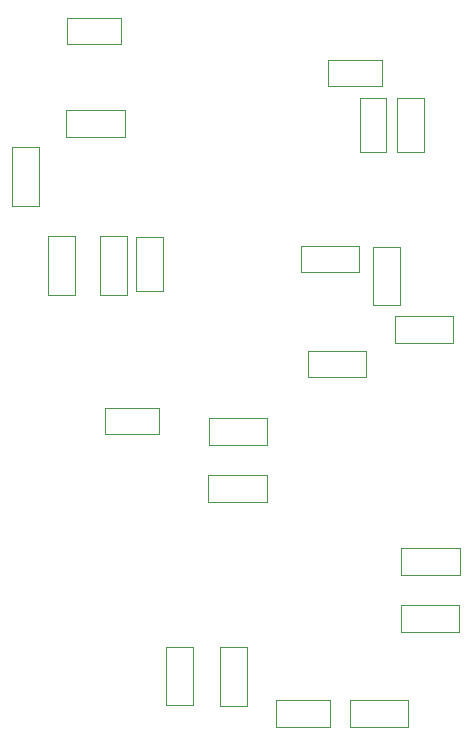
<source format=gbr>
%TF.GenerationSoftware,KiCad,Pcbnew,(5.1.12)-1*%
%TF.CreationDate,2021-12-15T12:49:01+01:00*%
%TF.ProjectId,HorseFOT_thomas_v1,486f7273-6546-44f5-945f-74686f6d6173,rev?*%
%TF.SameCoordinates,Original*%
%TF.FileFunction,Other,User*%
%FSLAX46Y46*%
G04 Gerber Fmt 4.6, Leading zero omitted, Abs format (unit mm)*
G04 Created by KiCad (PCBNEW (5.1.12)-1) date 2021-12-15 12:49:01*
%MOMM*%
%LPD*%
G01*
G04 APERTURE LIST*
%ADD10C,0.050000*%
G04 APERTURE END LIST*
D10*
%TO.C,R11*%
X172122000Y-79733000D02*
X172122000Y-77493000D01*
X172122000Y-77493000D02*
X167222000Y-77493000D01*
X167222000Y-77493000D02*
X167222000Y-79733000D01*
X167222000Y-79733000D02*
X172122000Y-79733000D01*
%TO.C,R10*%
X179488000Y-76812000D02*
X179488000Y-74572000D01*
X179488000Y-74572000D02*
X174588000Y-74572000D01*
X174588000Y-74572000D02*
X174588000Y-76812000D01*
X174588000Y-76812000D02*
X179488000Y-76812000D01*
%TO.C,R9*%
X166587000Y-68603000D02*
X166587000Y-70843000D01*
X166587000Y-70843000D02*
X171487000Y-70843000D01*
X171487000Y-70843000D02*
X171487000Y-68603000D01*
X171487000Y-68603000D02*
X166587000Y-68603000D01*
%TO.C,R8*%
X172743000Y-73596000D02*
X174983000Y-73596000D01*
X174983000Y-73596000D02*
X174983000Y-68696000D01*
X174983000Y-68696000D02*
X172743000Y-68696000D01*
X172743000Y-68696000D02*
X172743000Y-73596000D01*
%TO.C,R6*%
X169092500Y-109324000D02*
X169092500Y-107084000D01*
X169092500Y-107084000D02*
X164532500Y-107084000D01*
X164532500Y-107084000D02*
X164532500Y-109324000D01*
X164532500Y-109324000D02*
X169092500Y-109324000D01*
%TO.C,R5*%
X154917000Y-67889500D02*
X152677000Y-67889500D01*
X152677000Y-67889500D02*
X152677000Y-72449500D01*
X152677000Y-72449500D02*
X154917000Y-72449500D01*
X154917000Y-72449500D02*
X154917000Y-67889500D01*
%TO.C,R4*%
X149993000Y-82319000D02*
X149993000Y-84559000D01*
X149993000Y-84559000D02*
X154553000Y-84559000D01*
X154553000Y-84559000D02*
X154553000Y-82319000D01*
X154553000Y-82319000D02*
X149993000Y-82319000D01*
%TO.C,R3*%
X177015000Y-56078500D02*
X174775000Y-56078500D01*
X174775000Y-56078500D02*
X174775000Y-60638500D01*
X174775000Y-60638500D02*
X177015000Y-60638500D01*
X177015000Y-60638500D02*
X177015000Y-56078500D01*
%TO.C,R2*%
X173840000Y-56078500D02*
X171600000Y-56078500D01*
X171600000Y-56078500D02*
X171600000Y-60638500D01*
X171600000Y-60638500D02*
X173840000Y-60638500D01*
X173840000Y-60638500D02*
X173840000Y-56078500D01*
%TO.C,R1*%
X168916000Y-52855000D02*
X168916000Y-55095000D01*
X168916000Y-55095000D02*
X173476000Y-55095000D01*
X173476000Y-55095000D02*
X173476000Y-52855000D01*
X173476000Y-52855000D02*
X168916000Y-52855000D01*
%TO.C,D1*%
X146815000Y-49299000D02*
X146815000Y-51539000D01*
X146815000Y-51539000D02*
X151375000Y-51539000D01*
X151375000Y-51539000D02*
X151375000Y-49299000D01*
X151375000Y-49299000D02*
X146815000Y-49299000D01*
%TO.C,CopAMP2*%
X159759000Y-107547500D02*
X162059000Y-107547500D01*
X162059000Y-107547500D02*
X162059000Y-102587500D01*
X162059000Y-102587500D02*
X159759000Y-102587500D01*
X159759000Y-102587500D02*
X159759000Y-107547500D01*
%TO.C,CopAMP1*%
X155187000Y-107509000D02*
X157487000Y-107509000D01*
X157487000Y-107509000D02*
X157487000Y-102549000D01*
X157487000Y-102549000D02*
X155187000Y-102549000D01*
X155187000Y-102549000D02*
X155187000Y-107509000D01*
%TO.C,C21*%
X163770000Y-85478000D02*
X163770000Y-83178000D01*
X163770000Y-83178000D02*
X158810000Y-83178000D01*
X158810000Y-83178000D02*
X158810000Y-85478000D01*
X158810000Y-85478000D02*
X163770000Y-85478000D01*
%TO.C,C20*%
X163731500Y-90304000D02*
X163731500Y-88004000D01*
X163731500Y-88004000D02*
X158771500Y-88004000D01*
X158771500Y-88004000D02*
X158771500Y-90304000D01*
X158771500Y-90304000D02*
X163731500Y-90304000D01*
%TO.C,C15*%
X180026000Y-101353000D02*
X180026000Y-99053000D01*
X180026000Y-99053000D02*
X175066000Y-99053000D01*
X175066000Y-99053000D02*
X175066000Y-101353000D01*
X175066000Y-101353000D02*
X180026000Y-101353000D01*
%TO.C,C14*%
X180064500Y-96527000D02*
X180064500Y-94227000D01*
X180064500Y-94227000D02*
X175104500Y-94227000D01*
X175104500Y-94227000D02*
X175104500Y-96527000D01*
X175104500Y-96527000D02*
X180064500Y-96527000D01*
%TO.C,C12*%
X170748000Y-107054000D02*
X170748000Y-109354000D01*
X170748000Y-109354000D02*
X175708000Y-109354000D01*
X175708000Y-109354000D02*
X175708000Y-107054000D01*
X175708000Y-107054000D02*
X170748000Y-107054000D01*
%TO.C,C11*%
X145154000Y-72749500D02*
X147454000Y-72749500D01*
X147454000Y-72749500D02*
X147454000Y-67789500D01*
X147454000Y-67789500D02*
X145154000Y-67789500D01*
X145154000Y-67789500D02*
X145154000Y-72749500D01*
%TO.C,C10*%
X151899000Y-67789500D02*
X149599000Y-67789500D01*
X149599000Y-67789500D02*
X149599000Y-72749500D01*
X149599000Y-72749500D02*
X151899000Y-72749500D01*
X151899000Y-72749500D02*
X151899000Y-67789500D01*
%TO.C,C7*%
X142106000Y-65218000D02*
X144406000Y-65218000D01*
X144406000Y-65218000D02*
X144406000Y-60258000D01*
X144406000Y-60258000D02*
X142106000Y-60258000D01*
X142106000Y-60258000D02*
X142106000Y-65218000D01*
%TO.C,C6*%
X146745000Y-57143000D02*
X146745000Y-59443000D01*
X146745000Y-59443000D02*
X151705000Y-59443000D01*
X151705000Y-59443000D02*
X151705000Y-57143000D01*
X151705000Y-57143000D02*
X146745000Y-57143000D01*
%TD*%
M02*

</source>
